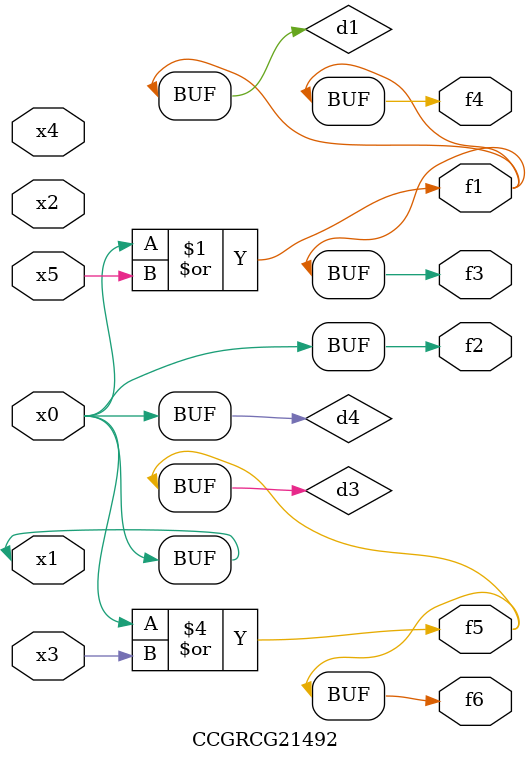
<source format=v>
module CCGRCG21492(
	input x0, x1, x2, x3, x4, x5,
	output f1, f2, f3, f4, f5, f6
);

	wire d1, d2, d3, d4;

	or (d1, x0, x5);
	xnor (d2, x1, x4);
	or (d3, x0, x3);
	buf (d4, x0, x1);
	assign f1 = d1;
	assign f2 = d4;
	assign f3 = d1;
	assign f4 = d1;
	assign f5 = d3;
	assign f6 = d3;
endmodule

</source>
